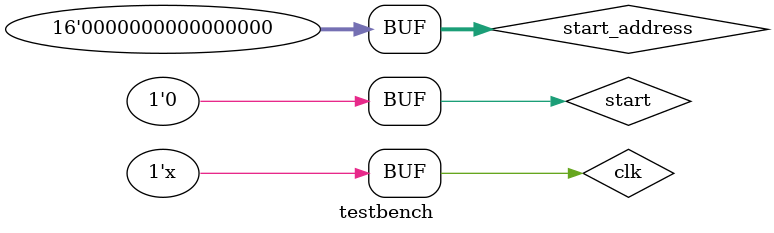
<source format=sv>
module testbench();

reg	clk;
reg	start;
reg 	[15:0] start_address;

wire	[3:0] aluInst;
wire	[7:0] aluOutput;
wire	[15:0] branchLocFinal;
wire	branchTakenFlag;
wire	[7:0] exDat;
wire	[7:0] EXMEM_aluOutput;
wire	[7:0] EXMEM_dataDestReg;
wire	[7:0] EXMEM_dataReg1;
wire	[7:0] EXMEM_dataReg2;
wire	[2:0] EXMEM_imm;
wire	[3:0] EXMEM_opcode;
wire	EXMEM_readMemFlag;
wire	[2:0] EXMEM_reg1;
wire	[2:0] EXMEM_reg2;
wire	[2:0] EXMEM_regD;
wire	EXMEM_writeMemFlag;
wire	EXMEM_writeRegFlag;
wire	[7:0] exmemData;
wire	[1:0] format_instr;
wire	[1:0] forwardFlag;
wire	[3:0] IDEX_aluOp;
wire	[7:0] IDEX_dataDestReg;
wire	[7:0] IDEX_dataReg1;
wire	[7:0] IDEX_dataReg2;
wire	[2:0] IDEX_imm;
wire	[15:0] IDEX_jmpLoc;
wire	[3:0] IDEX_opcode;
wire	IDEX_readMemFlag;
wire	[2:0] IDEX_reg1;
wire	[2:0] IDEX_reg2;
wire	[2:0] IDEX_regD;
wire	IDEX_writeMemFlag;
wire	IDEX_writeRegFlag;
wire	[1:0] IFID_format;
wire	[2:0] IFID_imm;
wire	IFID_immFlag;
wire	[15:0] IFID_jmpLoc;
wire	[3:0] IFID_opcode;
wire	[2:0] IFID_reg1;
wire	[2:0] IFID_reg2;
wire	[2:0] IFID_regD;
wire	[2:0] imm;
wire	imm_flag;
wire	[15:0] jmpLoc;
wire	[7:0] meIn;
wire	[7:0] memAddrReadWrite;
wire	[7:0] memResult;
wire	[7:0] MEMWB_aluOutput;
wire	[7:0] MEMWB_dataReg1;
wire	[2:0] MEMWB_imm;
wire	[7:0] MEMWB_memResult;
wire	[3:0] MEMWB_opcode;
wire	[2:0] MEMWB_regD;
wire	MEMWB_writeRegFlag;
wire	[3:0] opcode_instr;
wire	overflowFlag;
wire	[7:0] overflowOutput;
wire	[15:0] PC;
wire	[7:0] r0;
wire	[7:0] r1;
wire	[7:0] r2;
wire	[7:0] r3;
wire	[7:0] r4;
wire	[7:0] r5;
wire	[7:0] r6;
wire	[7:0] r7;
wire	readMemFlag;
wire	[2:0] reg1;
wire	[7:0] reg1Data;
wire	[7:0] reg1Final;
wire	[2:0] reg2;
wire	[7:0] reg2Data;
wire	[7:0] reg2Final;
wire	[2:0] regD;
wire	[7:0] regDestData;
wire	[7:0] regFileDataIn;
wire	writeMemFlag;
wire	writeRegFlag;


initial begin
	// Regfile Waveform
	clk = 0;
	#5	start_address 	= 16'b0000000000000000;
		start = 1;
	#15 	start		= 0;
	
end

always begin
	#5 clk = ~clk;
end

fetch	b2v_inst(
	.clk(clk),
	.start_i(start),
	.branch_i(branchTakenFlag),
	.branchloc_i(branchLocFinal),
	.start_address_i(start_address),
	.pc(PC));


mux7	b2v_inst1(
	.aluOut_i(aluOutput),
	.data1_i(IDEX_dataReg1),
	.data1EX_i(EXMEM_dataReg1),
	.data1ME_i(MEMWB_dataReg1),
	.forwardFlag(forwardFlag),
	.imm_i(IDEX_imm),
	.immEX_i(EXMEM_imm),
	.immME_i(MEMWB_imm),
	.opcode_i(IDEX_opcode),
	.muxout(exmemData));


mux_0	b2v_inst11(
	.sel(EXMEM_readMemFlag),
	.input1(EXMEM_dataDestReg),
	.input2(EXMEM_dataReg1),
	.muxout(memAddrReadWrite));


datamem	b2v_inst12(
	.writemem(EXMEM_writeMemFlag),
	.readmem(EXMEM_readMemFlag),
	.clk(clk),
	.addr(memAddrReadWrite),
	.data(EXMEM_dataReg1),
	.q(memResult));
	defparam	b2v_inst12.ADDR_WIDTH = 8;


mux_reg	b2v_inst15(
	.alu_i(MEMWB_aluOutput),
	.mem_i(MEMWB_memResult),
	.opcode(MEMWB_opcode),
	.reg_i(MEMWB_dataReg1),
	.rom_i(MEMWB_imm)
	);


mux3	b2v_inst16(
	.input1(IDEX_dataReg1),
	.input2(exDat),
	.input3(regFileDataIn),
	.sel(forwardFlag),
	.muxout(reg1Final));


mux3	b2v_inst17(
	.input1(IDEX_dataReg2),
	.input2(exDat),
	.input3(regFileDataIn),
	.sel(forwardFlag),
	.muxout(reg2Final));


EX_MEM	b2v_inst18(
	.clk(clk),
	.write_mem_i(IDEX_writeMemFlag),
	.write_reg_i(IDEX_writeRegFlag),
	.read_mem_i(IDEX_readMemFlag),
	.aluOut_i(aluOutput),
	.data1_i(IDEX_dataReg1),
	.data2_i(IDEX_dataReg2),
	.dataD_i(IDEX_dataDestReg),
	.exDat_i(exmemData),
	.imm_i(IDEX_imm),
	.opcode_i(IDEX_opcode),
	.reg1_i(IDEX_reg1),
	.reg2_i(IDEX_reg2),
	.regD_i(IDEX_regD),
	.write_mem_o(EXMEM_writeMemFlag),
	.write_reg_o(EXMEM_writeRegFlag),
	.read_mem_o(EXMEM_readMemFlag),
	.aluOut_o(EXMEM_aluOutput),
	.data1_o(EXMEM_dataReg1),
	
	.dataD_o(EXMEM_dataDestReg),
	.exDat_o(exDat),
	.imm_o(EXMEM_imm),
	.opcode_o(EXMEM_opcode),
	.reg1_o(EXMEM_reg1),
	.reg2_o(EXMEM_reg2),
	.regD_o(EXMEM_regD));


MEM_WB	b2v_inst19(
	.clk(clk),
	.writeReg_i(EXMEM_writeRegFlag),
	.alu_reg_i(EXMEM_aluOutput),
	.data1_i(EXMEM_dataReg1),
	.imm_i(EXMEM_imm),
	.meDat_i(meIn),
	.opcode_i(EXMEM_opcode),
	.q_i(memResult),
	.reg1_i(EXMEM_reg1),
	.reg2_i(EXMEM_reg2),
	.regD_i(EXMEM_regD),
	.writeReg_o(MEMWB_writeRegFlag),
	.alu_reg_o(MEMWB_aluOutput),
	.data1_o(MEMWB_dataReg1),
	.imm_o(MEMWB_imm),
	.meDat_o(regFileDataIn),
	.opcode_o(MEMWB_opcode),
	.q_o(MEMWB_memResult),
	
	
	.regD_o(MEMWB_regD));


instr_rom	b2v_inst2(
	.pc(PC),
	.imm_flag(imm_flag),
	.format(format_instr),
	.imm(imm),
	.jmpLoc(jmpLoc),
	.opcode(opcode_instr),
	.reg1_i(reg1),
	.reg2_i(reg2),
	.reg_o(regD));


forward_control	b2v_inst27(
	.exmem_regD_i(EXMEM_regD),
	.memwb_regD_i(MEMWB_regD),
	.reg1(IDEX_reg1),
	.reg2(IDEX_reg2),
	.forwardSelect(forwardFlag));


IF_ID	b2v_inst3(
	.clk(clk),
	.immFlag_i(imm_flag),
	.format_i(format_instr),
	.imm_i(imm),
	.jmpLoc_i(jmpLoc),
	.opcode_i(opcode_instr),
	.reg1_i(reg1),
	.reg2_i(reg2),
	.regD_i(regD),
	.immFlag_o(IFID_immFlag),
	.format_o(IFID_format),
	.imm_o(IFID_imm),
	.jmpLoc_o(IFID_jmpLoc),
	.opcode_o(IFID_opcode),
	.reg1_o(IFID_reg1),
	.reg2_o(IFID_reg2),
	.regD_o(IFID_regD));


control	b2v_inst4(
	.imm_flag(IFID_immFlag),
	.format(IFID_format),
	.opcode(IFID_opcode),
	.write_mem(writeMemFlag),
	.write_reg(writeRegFlag),
	.read_mem(readMemFlag),
	.alu_inst(aluInst));


ID_EX	b2v_inst5(
	.clk(clk),
	.write_mem_i(writeMemFlag),
	.write_reg_i(writeRegFlag),
	.read_mem_i(readMemFlag),
	.alu_op_i(aluInst),
	.data1_i(reg1Data),
	.data2_i(reg2Data),
	.dataD_i(regDestData),
	.imm_i(IFID_imm),
	.jmpLoc_i(IFID_jmpLoc),
	.opcode_i(IFID_opcode),
	.reg1_i(IFID_reg1),
	.reg2_i(IFID_reg2),
	.regD_i(IFID_regD),
	.write_mem_o(IDEX_writeMemFlag),
	.write_reg_o(IDEX_writeRegFlag),
	.read_mem_o(IDEX_readMemFlag),
	.alu_op_o(IDEX_aluOp),
	.data1_o(IDEX_dataReg1),
	.data2_o(IDEX_dataReg2),
	.dataD_o(IDEX_dataDestReg),
	.imm_o(IDEX_imm),
	.jmpLoc_o(IDEX_jmpLoc),
	.opcode_o(IDEX_opcode),
	.reg1_o(IDEX_reg1),
	.reg2_o(IDEX_reg2),
	.regD_o(IDEX_regD));


alu	b2v_inst7(
	.inst_i(IDEX_aluOp),
	.reg1_i(reg1Final),
	.reg2_i(reg2Final),
	.branch_o(branchTakenFlag),
	.over_flag(overflowFlag),
	.over_o(overflowOutput),
	.reg_o(aluOutput));


mux_1	b2v_inst8(
	.sel(EXMEM_readMemFlag),
	.input1(exDat),
	.input2(memResult),
	.muxout(meIn));


mux15	b2v_inst9(
	.input1(IDEX_jmpLoc),
	.input2(IDEX_dataDestReg),
	.sel(IDEX_opcode),
	.muxout(branchLocFinal));


regfile	b2v_inst90(
	.writeFlag_i(MEMWB_writeRegFlag),
	.overFlag_i(overflowFlag),
	.clk(clk),
	.data_i(regFileDataIn),
	.destReg_i(IFID_regD),
	.over_i(overflowOutput),
	.sourceReg1_i(IFID_reg1),
	.sourceReg2_i(IFID_reg2),
	.writeReg_i(MEMWB_regD),
	.data1_o(reg1Data),
	.data2_o(reg2Data),
	.dataD_o(regDestData),
	.r0(r0),
	.r1(r1),
	.r2(r2),
	.r3(r3),
	.r4(r4),
	.r5(r5),
	.r6(r6),
	.r7(r7)
	
	
	
	
	
	
	);
	
endmodule
</source>
